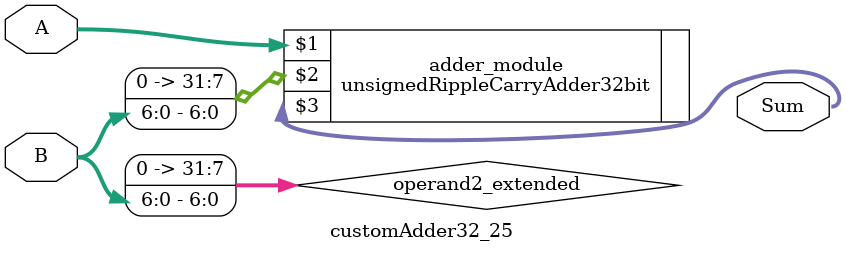
<source format=v>

module customAdder32_25(
                    input [31 : 0] A,
                    input [6 : 0] B,
                    
                    output [32 : 0] Sum
            );

    wire [31 : 0] operand2_extended;
    
    assign operand2_extended =  {25'b0, B};
    
    unsignedRippleCarryAdder32bit adder_module(
        A,
        operand2_extended,
        Sum
    );
    
endmodule
        
</source>
